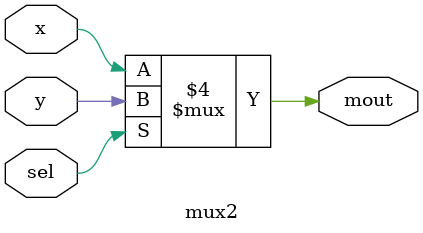
<source format=v>

module mux2 (
    // OUTPUTS
    output reg mout

    // INPUTS
    ,input x
    ,input y
    ,input sel
    );

    always @(x, y, sel)
        if(!sel) mout = x; else mout = y;
endmodule

</source>
